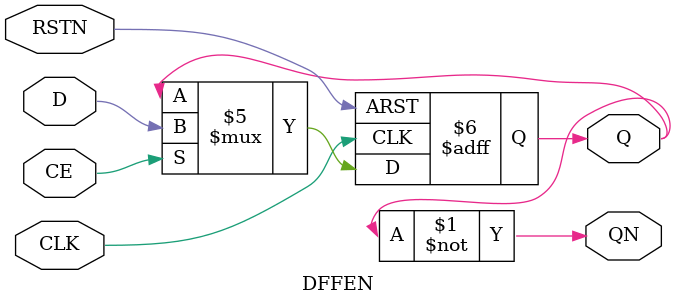
<source format=v>

`default_nettype none
`timescale 1ns / 1ns

module DFFEN ( D, Q, QN, CE, CLK, RSTN ) /* synthesis GSR="ENABLED" */;
input wire D;
input wire CE, CLK, RSTN;
output reg Q;
output wire QN;
parameter INITIAL_VALUE = 1'b0;

// Combinational always block for the state machine
// Generates next state and output equations

assign QN = ~Q;

always @(posedge CLK or negedge RSTN)
	if (RSTN == 1'b0) Q <= INITIAL_VALUE;
	else Q <= (CE == 1'b1) ? D : Q;
endmodule		 


</source>
